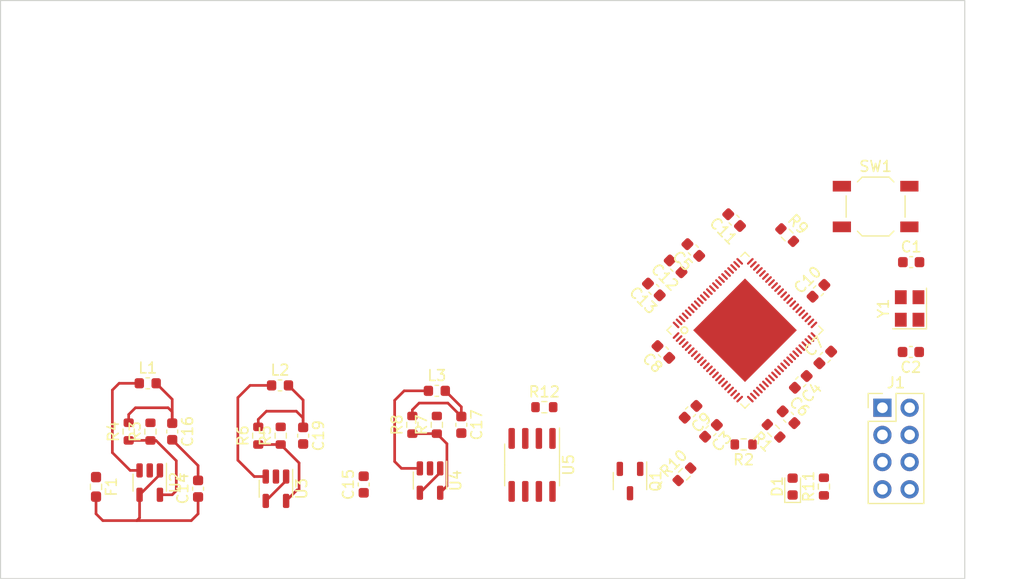
<source format=kicad_pcb>
(kicad_pcb (version 20221018) (generator pcbnew)
  (layers (0 "F.Cu" signal) (31 "B.Cu" signal) (34 "B.Paste" user) (35 "F.Paste" user) (36 "B.SilkS" user "B.Silkscreen") (37 "F.SilkS" user "F.Silkscreen") (38 "B.Mask" user) (39 "F.Mask" user) (44 "Edge.Cuts" user))
  (net 0 "")
  (net 1 "/F1C100s/CLKP")
  (net 2 "GND")
  (net 3 "/F1C100s/CLKN")
  (net 4 "+1V1")
  (net 5 "+2V5")
  (net 6 "+3.3V")
  (net 7 "/F1C100s/FUSE_PWR")
  (net 8 "Net-(D1-K)")
  (net 9 "/F1C100s/USB_VBUS")
  (net 10 "/F1C100s/UART_TX")
  (net 11 "/F1C100s/SPI_CS")
  (net 12 "/F1C100s/SPI_MOSI")
  (net 13 "/F1C100s/~{RESET}")
  (net 14 "/F1C100s/SPI_MISO")
  (net 15 "/F1C100s/SPI_CLK")
  (net 16 "/F1C100s/UART_RX")
  (net 17 "Net-(U2-SW)")
  (net 18 "Net-(U3-SW)")
  (net 19 "Net-(U4-SW)")
  (net 20 "/F1C100s/STATUS")
  (net 21 "Net-(Q1-D)")
  (net 22 "Net-(U1B-SVREF)")
  (net 23 "Net-(U2-FB)")
  (net 24 "Net-(U3-FB)")
  (net 25 "Net-(U4-FB)")
  (net 35 "/F1C100s/USB_DP")
  (net 36 "/F1C100s/USB_DN")
  (net 37 "/F1C100s/JTAG_TMS")
  (net 38 "/F1C100s/JTAG_TDI")
  (net 40 "/F1C100s/JTAG_TDO")
  (net 42 "/F1C100s/JTAG_TCK")
  (net 52 "/F1C100s/SCL")
  (net 53 "/F1C100s/SDA")
  (footprint "Resistor_SMD:R_0603_1608Metric" (layer "F.Cu") (at 128.303376 117.421773 90)
    (fp_text reference "R6" (at 0 -1.43 90) (layer "F.SilkS"))
    (fp_text value "36k")
    (fp_line (start -0.237258 -0.5225) (end 0.237258 -0.5225) (stroke (width 0.12)) (layer "F.SilkS"))
    (fp_line (start -0.237258 0.5225) (end 0.237258 0.5225) (stroke (width 0.12)) (layer "F.SilkS"))
    (pad "1" smd roundrect (at -0.825 0 90) (size 0.8 0.95) (layers "F.Cu" "F.Paste" "F.Mask") (net 24 "Net-(U3-FB)"))
    (pad "2" smd roundrect (at 0.825 0 90) (size 0.8 0.95) (layers "F.Cu" "F.Paste" "F.Mask") (net 5 "+2V5"))
  )
  (footprint "Resistor_SMD:R_0603_1608Metric" (layer "F.Cu") (at 118.241126 117.040773 90)
    (fp_text reference "R3" (at 0 -1.43 90) (layer "F.SilkS"))
    (fp_text value "11k")
    (fp_line (start -0.237258 -0.5225) (end 0.237258 -0.5225) (stroke (width 0.12)) (layer "F.SilkS"))
    (fp_line (start -0.237258 0.5225) (end 0.237258 0.5225) (stroke (width 0.12)) (layer "F.SilkS"))
    (pad "1" smd roundrect (at -0.825 0 90) (size 0.8 0.95) (layers "F.Cu" "F.Paste" "F.Mask") (net 23 "Net-(U2-FB)"))
    (pad "2" smd roundrect (at 0.825 0 90) (size 0.8 0.95) (layers "F.Cu" "F.Paste" "F.Mask") (net 2 "GND"))
  )
  (footprint "Resistor_SMD:R_0603_1608Metric" (layer "F.Cu") (at 176.403 116.967 135)
    (fp_text reference "R1" (at 0 -1.43 135) (layer "F.SilkS"))
    (fp_text value "2k2")
    (fp_line (start -0.237258 -0.5225) (end 0.237258 -0.5225) (stroke (width 0.12)) (layer "F.SilkS"))
    (fp_line (start -0.237258 0.5225) (end 0.237258 0.5225) (stroke (width 0.12)) (layer "F.SilkS"))
    (pad "1" smd roundrect (at -0.825 0 135) (size 0.8 0.95) (layers "F.Cu" "F.Paste" "F.Mask") (net 22 "Net-(U1B-SVREF)"))
    (pad "2" smd roundrect (at 0.825 0 135) (size 0.8 0.95) (layers "F.Cu" "F.Paste" "F.Mask") (net 5 "+2V5"))
  )
  (footprint "Package_TO_SOT_SMD:SOT-23-5" (layer "F.Cu") (at 144.337126 121.612773 -90)
    (fp_text reference "U4" (at 0 -2.4 90) (layer "F.SilkS"))
    (fp_text value "TLV62568DBV")
    (fp_line (start 0 -1.56) (end -1.8 -1.56) (stroke (width 0.12)) (layer "F.SilkS"))
    (fp_line (start 0 -1.56) (end 0.8 -1.56) (stroke (width 0.12)) (layer "F.SilkS"))
    (fp_line (start 0 1.56) (end -0.8 1.56) (stroke (width 0.12)) (layer "F.SilkS"))
    (fp_line (start 0 1.56) (end 0.8 1.56) (stroke (width 0.12)) (layer "F.SilkS"))
    (pad "1" smd roundrect (at -1.1375 -0.95 270) (size 1.325 0.6) (layers "F.Cu" "F.Paste" "F.Mask") (net 7 "/F1C100s/FUSE_PWR"))
    (pad "2" smd roundrect (at -1.1375 0 270) (size 1.325 0.6) (layers "F.Cu" "F.Paste" "F.Mask") (net 2 "GND"))
    (pad "3" smd roundrect (at -1.1375 0.95 270) (size 1.325 0.6) (layers "F.Cu" "F.Paste" "F.Mask") (net 19 "Net-(U4-SW)"))
    (pad "4" smd roundrect (at 1.1375 0.95 270) (size 1.325 0.6) (layers "F.Cu" "F.Paste" "F.Mask") (net 7 "/F1C100s/FUSE_PWR"))
    (pad "5" smd roundrect (at 1.1375 -0.95 270) (size 1.325 0.6) (layers "F.Cu" "F.Paste" "F.Mask") (net 25 "Net-(U4-FB)"))
  )
  (footprint "Capacitor_SMD:C_0603_1608Metric" (layer "F.Cu") (at 166.116 109.601 135)
    (fp_text reference "C8" (at 0 -1.43 135) (layer "F.SilkS"))
    (fp_text value "2u2")
    (fp_line (start -0.14058 -0.51) (end 0.14058 -0.51) (stroke (width 0.12)) (layer "F.SilkS"))
    (fp_line (start -0.14058 0.51) (end 0.14058 0.51) (stroke (width 0.12)) (layer "F.SilkS"))
    (pad "1" smd roundrect (at -0.775 0 135) (size 0.9 0.95) (layers "F.Cu" "F.Paste" "F.Mask") (net 6 "+3.3V"))
    (pad "2" smd roundrect (at 0.775 0 135) (size 0.9 0.95) (layers "F.Cu" "F.Paste" "F.Mask") (net 2 "GND"))
  )
  (footprint "Package_TO_SOT_SMD:SOT-23-3" (layer "F.Cu") (at 163.002 121.6605 -90)
    (fp_text reference "Q1" (at 0 -2.4 90) (layer "F.SilkS"))
    (fp_text value "Q_NMOS_GSD")
    (fp_line (start 0 -1.56) (end -1.8 -1.56) (stroke (width 0.12)) (layer "F.SilkS"))
    (fp_line (start 0 -1.56) (end 0.8 -1.56) (stroke (width 0.12)) (layer "F.SilkS"))
    (fp_line (start 0 1.56) (end -0.8 1.56) (stroke (width 0.12)) (layer "F.SilkS"))
    (fp_line (start 0 1.56) (end 0.8 1.56) (stroke (width 0.12)) (layer "F.SilkS"))
    (pad "1" smd roundrect (at -1.1375 -0.95 270) (size 1.325 0.6) (layers "F.Cu" "F.Paste" "F.Mask") (net 20 "/F1C100s/STATUS"))
    (pad "2" smd roundrect (at -1.1375 0.95 270) (size 1.325 0.6) (layers "F.Cu" "F.Paste" "F.Mask") (net 2 "GND"))
    (pad "3" smd roundrect (at 1.1375 0 270) (size 1.325 0.6) (layers "F.Cu" "F.Paste" "F.Mask") (net 21 "Net-(Q1-D)"))
  )
  (footprint "Resistor_SMD:R_0603_1608Metric" (layer "F.Cu") (at 130.398876 117.421773 90)
    (fp_text reference "R5" (at 0 -1.43 90) (layer "F.SilkS"))
    (fp_text value "11k")
    (fp_line (start -0.237258 -0.5225) (end 0.237258 -0.5225) (stroke (width 0.12)) (layer "F.SilkS"))
    (fp_line (start -0.237258 0.5225) (end 0.237258 0.5225) (stroke (width 0.12)) (layer "F.SilkS"))
    (pad "1" smd roundrect (at -0.825 0 90) (size 0.8 0.95) (layers "F.Cu" "F.Paste" "F.Mask") (net 24 "Net-(U3-FB)"))
    (pad "2" smd roundrect (at 0.825 0 90) (size 0.8 0.95) (layers "F.Cu" "F.Paste" "F.Mask") (net 2 "GND"))
  )
  (footprint "Resistor_SMD:R_0603_1608Metric" (layer "F.Cu") (at 144.972126 116.405773 90)
    (fp_text reference "R7" (at 0 -1.43 90) (layer "F.SilkS"))
    (fp_text value "10k")
    (fp_line (start -0.237258 -0.5225) (end 0.237258 -0.5225) (stroke (width 0.12)) (layer "F.SilkS"))
    (fp_line (start -0.237258 0.5225) (end 0.237258 0.5225) (stroke (width 0.12)) (layer "F.SilkS"))
    (pad "1" smd roundrect (at -0.825 0 90) (size 0.8 0.95) (layers "F.Cu" "F.Paste" "F.Mask") (net 25 "Net-(U4-FB)"))
    (pad "2" smd roundrect (at 0.825 0 90) (size 0.8 0.95) (layers "F.Cu" "F.Paste" "F.Mask") (net 2 "GND"))
  )
  (footprint "Resistor_SMD:R_0603_1608Metric" (layer "F.Cu") (at 155.005126 114.755773)
    (fp_text reference "R12" (at 0 -1.43) (layer "F.SilkS"))
    (fp_text value "3k3")
    (fp_line (start -0.237258 -0.5225) (end 0.237258 -0.5225) (stroke (width 0.12)) (layer "F.SilkS"))
    (fp_line (start -0.237258 0.5225) (end 0.237258 0.5225) (stroke (width 0.12)) (layer "F.SilkS"))
    (pad "1" smd roundrect (at -0.825 0) (size 0.8 0.95) (layers "F.Cu" "F.Paste" "F.Mask") (net 6 "+3.3V"))
    (pad "2" smd roundrect (at 0.825 0) (size 0.8 0.95) (layers "F.Cu" "F.Paste" "F.Mask") (net 11 "/F1C100s/SPI_CS"))
  )
  (footprint "Connector_PinHeader_2.54mm:PinHeader_2x04_P2.54mm_Vertical" (layer "F.Cu") (at 186.563 114.808)
    (fp_text reference "J1" (at 1.27 -2.33) (layer "F.SilkS"))
    (fp_text value "Conn_02x04_Counter_Clockwise")
    (fp_line (start -1.33 -1.33) (end 0 -1.33) (stroke (width 0.12)) (layer "F.SilkS"))
    (fp_line (start -1.33 0) (end -1.33 -1.33) (stroke (width 0.12)) (layer "F.SilkS"))
    (fp_line (start -1.33 1.27) (end -1.33 8.95) (stroke (width 0.12)) (layer "F.SilkS"))
    (fp_line (start -1.33 1.27) (end 1.27 1.27) (stroke (width 0.12)) (layer "F.SilkS"))
    (fp_line (start -1.33 8.95) (end 3.87 8.95) (stroke (width 0.12)) (layer "F.SilkS"))
    (fp_line (start 1.27 -1.33) (end 3.87 -1.33) (stroke (width 0.12)) (layer "F.SilkS"))
    (fp_line (start 1.27 1.27) (end 1.27 -1.33) (stroke (width 0.12)) (layer "F.SilkS"))
    (fp_line (start 3.87 -1.33) (end 3.87 8.95) (stroke (width 0.12)) (layer "F.SilkS"))
    (pad "1" thru_hole rect (at 0 0) (size 1.7 1.7) (drill 1) (layers "*.Cu" "*.Mask") (net 10 "/F1C100s/UART_TX"))
    (pad "2" thru_hole oval (at 2.54 0) (size 1.7 1.7) (drill 1) (layers "*.Cu" "*.Mask") (net 11 "/F1C100s/SPI_CS"))
    (pad "3" thru_hole oval (at 0 2.54) (size 1.7 1.7) (drill 1) (layers "*.Cu" "*.Mask") (net 12 "/F1C100s/SPI_MOSI"))
    (pad "4" thru_hole oval (at 2.54 2.54) (size 1.7 1.7) (drill 1) (layers "*.Cu" "*.Mask") (net 13 "/F1C100s/~{RESET}"))
    (pad "5" thru_hole oval (at 0 5.08) (size 1.7 1.7) (drill 1) (layers "*.Cu" "*.Mask") (net 2 "GND"))
    (pad "6" thru_hole oval (at 2.54 5.08) (size 1.7 1.7) (drill 1) (layers "*.Cu" "*.Mask") (net 14 "/F1C100s/SPI_MISO"))
    (pad "7" thru_hole oval (at 0 7.62) (size 1.7 1.7) (drill 1) (layers "*.Cu" "*.Mask") (net 15 "/F1C100s/SPI_CLK"))
    (pad "8" thru_hole oval (at 2.54 7.62) (size 1.7 1.7) (drill 1) (layers "*.Cu" "*.Mask") (net 16 "/F1C100s/UART_RX"))
  )
  (footprint "Capacitor_SMD:C_0603_1608Metric" (layer "F.Cu") (at 178.943 112.395 -135)
    (fp_text reference "C4" (at 0 -1.43 45) (layer "F.SilkS"))
    (fp_text value "100n")
    (fp_line (start -0.14058 -0.51) (end 0.14058 -0.51) (stroke (width 0.12)) (layer "F.SilkS"))
    (fp_line (start -0.14058 0.51) (end 0.14058 0.51) (stroke (width 0.12)) (layer "F.SilkS"))
    (pad "1" smd roundrect (at -0.775 0 225) (size 0.9 0.95) (layers "F.Cu" "F.Paste" "F.Mask") (net 4 "+1V1"))
    (pad "2" smd roundrect (at 0.775 0 225) (size 0.9 0.95) (layers "F.Cu" "F.Paste" "F.Mask") (net 2 "GND"))
  )
  (footprint "Resistor_SMD:R_0603_1608Metric" (layer "F.Cu") (at 116.209126 117.034273 90)
    (fp_text reference "R4" (at 0 -1.43 90) (layer "F.SilkS"))
    (fp_text value "49k9")
    (fp_line (start -0.237258 -0.5225) (end 0.237258 -0.5225) (stroke (width 0.12)) (layer "F.SilkS"))
    (fp_line (start -0.237258 0.5225) (end 0.237258 0.5225) (stroke (width 0.12)) (layer "F.SilkS"))
    (pad "1" smd roundrect (at -0.825 0 90) (size 0.8 0.95) (layers "F.Cu" "F.Paste" "F.Mask") (net 23 "Net-(U2-FB)"))
    (pad "2" smd roundrect (at 0.825 0 90) (size 0.8 0.95) (layers "F.Cu" "F.Paste" "F.Mask") (net 6 "+3.3V"))
  )
  (footprint "Oscillator:Oscillator_SMD_Abracon_ASE-4Pin_3.2x2.5mm" (layer "F.Cu") (at 189.103 105.537 90)
    (fp_text reference "Y1" (at 0 -2.45 90) (layer "F.SilkS"))
    (fp_text value "24MHz")
    (fp_line (start -1.9 -1.575) (end -1.9 1.575) (stroke (width 0.12)) (layer "F.SilkS"))
    (fp_line (start -1.9 1.575) (end 1.9 1.575) (stroke (width 0.12)) (layer "F.SilkS"))
    (pad "1" smd rect (at -1.05 0.825 90) (size 1.3 1.1) (layers "F.Cu" "F.Paste" "F.Mask") (net 3 "/F1C100s/CLKN"))
    (pad "2" smd rect (at 1.05 0.825 90) (size 1.3 1.1) (layers "F.Cu" "F.Paste" "F.Mask") (net 2 "GND"))
    (pad "3" smd rect (at 1.05 -0.825 90) (size 1.3 1.1) (layers "F.Cu" "F.Paste" "F.Mask") (net 1 "/F1C100s/CLKP"))
    (pad "4" smd rect (at -1.05 -0.825 90) (size 1.3 1.1) (layers "F.Cu" "F.Paste" "F.Mask") (net 2 "GND"))
  )
  (footprint "Capacitor_SMD:C_0603_1608Metric" (layer "F.Cu") (at 165.227 103.759 135)
    (fp_text reference "C13" (at 0 -1.43 135) (layer "F.SilkS"))
    (fp_text value "100n")
    (fp_line (start -0.14058 -0.51) (end 0.14058 -0.51) (stroke (width 0.12)) (layer "F.SilkS"))
    (fp_line (start -0.14058 0.51) (end 0.14058 0.51) (stroke (width 0.12)) (layer "F.SilkS"))
    (pad "1" smd roundrect (at -0.775 0 135) (size 0.9 0.95) (layers "F.Cu" "F.Paste" "F.Mask") (net 5 "+2V5"))
    (pad "2" smd roundrect (at 0.775 0 135) (size 0.9 0.95) (layers "F.Cu" "F.Paste" "F.Mask") (net 2 "GND"))
  )
  (footprint "Capacitor_SMD:C_0603_1608Metric" (layer "F.Cu") (at 120.273126 117.027773 -90)
    (fp_text reference "C16" (at 0 -1.43 90) (layer "F.SilkS"))
    (fp_text value "2u2")
    (fp_line (start -0.14058 -0.51) (end 0.14058 -0.51) (stroke (width 0.12)) (layer "F.SilkS"))
    (fp_line (start -0.14058 0.51) (end 0.14058 0.51) (stroke (width 0.12)) (layer "F.SilkS"))
    (pad "1" smd roundrect (at -0.775 0 270) (size 0.9 0.95) (layers "F.Cu" "F.Paste" "F.Mask") (net 6 "+3.3V"))
    (pad "2" smd roundrect (at 0.775 0 270) (size 0.9 0.95) (layers "F.Cu" "F.Paste" "F.Mask") (net 2 "GND"))
  )
  (footprint "Inductor_SMD:L_0603_1608Metric" (layer "F.Cu") (at 117.987126 112.526273)
    (fp_text reference "L1" (at 0 -1.43) (layer "F.SilkS"))
    (fp_text value "2u2")
    (fp_line (start -0.162779 -0.51) (end 0.162779 -0.51) (stroke (width 0.12)) (layer "F.SilkS"))
    (fp_line (start -0.162779 0.51) (end 0.162779 0.51) (stroke (width 0.12)) (layer "F.SilkS"))
    (pad "1" smd roundrect (at -0.7875 0) (size 0.875 0.95) (layers "F.Cu" "F.Paste" "F.Mask") (net 17 "Net-(U2-SW)"))
    (pad "2" smd roundrect (at 0.7875 0) (size 0.875 0.95) (layers "F.Cu" "F.Paste" "F.Mask") (net 6 "+3.3V"))
  )
  (footprint "Capacitor_SMD:C_0603_1608Metric" (layer "F.Cu") (at 138.145876 121.980773 90)
    (fp_text reference "C15" (at 0 -1.43 90) (layer "F.SilkS"))
    (fp_text value "2u2")
    (fp_line (start -0.14058 -0.51) (end 0.14058 -0.51) (stroke (width 0.12)) (layer "F.SilkS"))
    (fp_line (start -0.14058 0.51) (end 0.14058 0.51) (stroke (width 0.12)) (layer "F.SilkS"))
    (pad "1" smd roundrect (at -0.775 0 90) (size 0.9 0.95) (layers "F.Cu" "F.Paste" "F.Mask") (net 7 "/F1C100s/FUSE_PWR"))
    (pad "2" smd roundrect (at 0.775 0 90) (size 0.9 0.95) (layers "F.Cu" "F.Paste" "F.Mask") (net 2 "GND"))
  )
  (footprint "Capacitor_SMD:C_0603_1608Metric" (layer "F.Cu") (at 189.248 101.209)
    (fp_text reference "C1" (at 0 -1.43) (layer "F.SilkS"))
    (fp_text value "30p")
    (fp_line (start -0.14058 -0.51) (end 0.14058 -0.51) (stroke (width 0.12)) (layer "F.SilkS"))
    (fp_line (start -0.14058 0.51) (end 0.14058 0.51) (stroke (width 0.12)) (layer "F.SilkS"))
    (pad "1" smd roundrect (at -0.775 0) (size 0.9 0.95) (layers "F.Cu" "F.Paste" "F.Mask") (net 1 "/F1C100s/CLKP"))
    (pad "2" smd roundrect (at 0.775 0) (size 0.9 0.95) (layers "F.Cu" "F.Paste" "F.Mask") (net 2 "GND"))
  )
  (footprint "Capacitor_SMD:C_0603_1608Metric" (layer "F.Cu") (at 167.259 101.6 135)
    (fp_text reference "C12" (at 0 -1.43 135) (layer "F.SilkS"))
    (fp_text value "100n")
    (fp_line (start -0.14058 -0.51) (end 0.14058 -0.51) (stroke (width 0.12)) (layer "F.SilkS"))
    (fp_line (start -0.14058 0.51) (end 0.14058 0.51) (stroke (width 0.12)) (layer "F.SilkS"))
    (pad "1" smd roundrect (at -0.775 0 135) (size 0.9 0.95) (layers "F.Cu" "F.Paste" "F.Mask") (net 6 "+3.3V"))
    (pad "2" smd roundrect (at 0.775 0 135) (size 0.9 0.95) (layers "F.Cu" "F.Paste" "F.Mask") (net 2 "GND"))
  )
  (footprint "Package_TO_SOT_SMD:SOT-23-5" (layer "F.Cu") (at 129.954376 122.374773 -90)
    (fp_text reference "U3" (at 0 -2.4 90) (layer "F.SilkS"))
    (fp_text value "TLV62568DBV")
    (fp_line (start 0 -1.56) (end -1.8 -1.56) (stroke (width 0.12)) (layer "F.SilkS"))
    (fp_line (start 0 -1.56) (end 0.8 -1.56) (stroke (width 0.12)) (layer "F.SilkS"))
    (fp_line (start 0 1.56) (end -0.8 1.56) (stroke (width 0.12)) (layer "F.SilkS"))
    (fp_line (start 0 1.56) (end 0.8 1.56) (stroke (width 0.12)) (layer "F.SilkS"))
    (pad "1" smd roundrect (at -1.1375 -0.95 270) (size 1.325 0.6) (layers "F.Cu" "F.Paste" "F.Mask") (net 7 "/F1C100s/FUSE_PWR"))
    (pad "2" smd roundrect (at -1.1375 0 270) (size 1.325 0.6) (layers "F.Cu" "F.Paste" "F.Mask") (net 2 "GND"))
    (pad "3" smd roundrect (at -1.1375 0.95 270) (size 1.325 0.6) (layers "F.Cu" "F.Paste" "F.Mask") (net 18 "Net-(U3-SW)"))
    (pad "4" smd roundrect (at 1.1375 0.95 270) (size 1.325 0.6) (layers "F.Cu" "F.Paste" "F.Mask") (net 7 "/F1C100s/FUSE_PWR"))
    (pad "5" smd roundrect (at 1.1375 -0.95 270) (size 1.325 0.6) (layers "F.Cu" "F.Paste" "F.Mask") (net 24 "Net-(U3-FB)"))
  )
  (footprint "Resistor_SMD:R_0603_1608Metric" (layer "F.Cu") (at 177.673 98.679 -45)
    (fp_text reference "R9" (at 0 -1.43 135) (layer "F.SilkS"))
    (fp_text value "49k9")
    (fp_line (start -0.237258 -0.5225) (end 0.237258 -0.5225) (stroke (width 0.12)) (layer "F.SilkS"))
    (fp_line (start -0.237258 0.5225) (end 0.237258 0.5225) (stroke (width 0.12)) (layer "F.SilkS"))
    (pad "1" smd roundrect (at -0.825 0 315) (size 0.8 0.95) (layers "F.Cu" "F.Paste" "F.Mask") (net 6 "+3.3V"))
    (pad "2" smd roundrect (at 0.825 0 315) (size 0.8 0.95) (layers "F.Cu" "F.Paste" "F.Mask") (net 13 "/F1C100s/~{RESET}"))
  )
  (footprint "Capacitor_SMD:C_0603_1608Metric" (layer "F.Cu") (at 180.594 103.886 45)
    (fp_text reference "C10" (at 0 -1.43 45) (layer "F.SilkS"))
    (fp_text value "100n")
    (fp_line (start -0.14058 -0.51) (end 0.14058 -0.51) (stroke (width 0.12)) (layer "F.SilkS"))
    (fp_line (start -0.14058 0.51) (end 0.14058 0.51) (stroke (width 0.12)) (layer "F.SilkS"))
    (pad "1" smd roundrect (at -0.775 0 45) (size 0.9 0.95) (layers "F.Cu" "F.Paste" "F.Mask") (net 6 "+3.3V"))
    (pad "2" smd roundrect (at 0.775 0 45) (size 0.9 0.95) (layers "F.Cu" "F.Paste" "F.Mask") (net 2 "GND"))
  )
  (footprint "Resistor_SMD:R_0603_1608Metric" (layer "F.Cu") (at 168.082 121.0255 45)
    (fp_text reference "R10" (at 0 -1.43 45) (layer "F.SilkS"))
    (fp_text value "49k9")
    (fp_line (start -0.237258 -0.5225) (end 0.237258 -0.5225) (stroke (width 0.12)) (layer "F.SilkS"))
    (fp_line (start -0.237258 0.5225) (end 0.237258 0.5225) (stroke (width 0.12)) (layer "F.SilkS"))
    (pad "1" smd roundrect (at -0.825 0 45) (size 0.8 0.95) (layers "F.Cu" "F.Paste" "F.Mask") (net 6 "+3.3V"))
    (pad "2" smd roundrect (at 0.825 0 45) (size 0.8 0.95) (layers "F.Cu" "F.Paste" "F.Mask") (net 20 "/F1C100s/STATUS"))
  )
  (footprint "Capacitor_SMD:C_0603_1608Metric" (layer "F.Cu") (at 181.229 110.109 45)
    (fp_text reference "C7" (at 0 -1.43 45) (layer "F.SilkS"))
    (fp_text value "1u")
    (fp_line (start -0.14058 -0.51) (end 0.14058 -0.51) (stroke (width 0.12)) (layer "F.SilkS"))
    (fp_line (start -0.14058 0.51) (end 0.14058 0.51) (stroke (width 0.12)) (layer "F.SilkS"))
    (pad "1" smd roundrect (at -0.775 0 45) (size 0.9 0.95) (layers "F.Cu" "F.Paste" "F.Mask") (net 5 "+2V5"))
    (pad "2" smd roundrect (at 0.775 0 45) (size 0.9 0.95) (layers "F.Cu" "F.Paste" "F.Mask") (net 2 "GND"))
  )
  (footprint "Capacitor_SMD:C_0603_1608Metric" (layer "F.Cu") (at 122.686126 122.372773 90)
    (fp_text reference "C14" (at 0 -1.43 90) (layer "F.SilkS"))
    (fp_text value "2u2")
    (fp_line (start -0.14058 -0.51) (end 0.14058 -0.51) (stroke (width 0.12)) (layer "F.SilkS"))
    (fp_line (start -0.14058 0.51) (end 0.14058 0.51) (stroke (width 0.12)) (layer "F.SilkS"))
    (pad "1" smd roundrect (at -0.775 0 90) (size 0.9 0.95) (layers "F.Cu" "F.Paste" "F.Mask") (net 7 "/F1C100s/FUSE_PWR"))
    (pad "2" smd roundrect (at 0.775 0 90) (size 0.9 0.95) (layers "F.Cu" "F.Paste" "F.Mask") (net 2 "GND"))
  )
  (footprint "Capacitor_SMD:C_0603_1608Metric" (layer "F.Cu") (at 170.561 116.967 -135)
    (fp_text reference "C3" (at 0 -1.43 45) (layer "F.SilkS"))
    (fp_text value "100n")
    (fp_line (start -0.14058 -0.51) (end 0.14058 -0.51) (stroke (width 0.12)) (layer "F.SilkS"))
    (fp_line (start -0.14058 0.51) (end 0.14058 0.51) (stroke (width 0.12)) (layer "F.SilkS"))
    (pad "1" smd roundrect (at -0.775 0 225) (size 0.9 0.95) (layers "F.Cu" "F.Paste" "F.Mask") (net 4 "+1V1"))
    (pad "2" smd roundrect (at 0.775 0 225) (size 0.9 0.95) (layers "F.Cu" "F.Paste" "F.Mask") (net 2 "GND"))
  )
  (footprint "Capacitor_SMD:C_0603_1608Metric" (layer "F.Cu") (at 172.72 97.282 135)
    (fp_text reference "C11" (at 0 -1.43 135) (layer "F.SilkS"))
    (fp_text value "100n")
    (fp_line (start -0.14058 -0.51) (end 0.14058 -0.51) (stroke (width 0.12)) (layer "F.SilkS"))
    (fp_line (start -0.14058 0.51) (end 0.14058 0.51) (stroke (width 0.12)) (layer "F.SilkS"))
    (pad "1" smd roundrect (at -0.775 0 135) (size 0.9 0.95) (layers "F.Cu" "F.Paste" "F.Mask") (net 6 "+3.3V"))
    (pad "2" smd roundrect (at 0.775 0 135) (size 0.9 0.95) (layers "F.Cu" "F.Paste" "F.Mask") (net 2 "GND"))
  )
  (footprint "Package_TO_SOT_SMD:SOT-23-5" (layer "F.Cu") (at 118.175126 121.802773 -90)
    (fp_text reference "U2" (at 0 -2.4 90) (layer "F.SilkS"))
    (fp_text value "TLV62568DBV")
    (fp_line (start 0 -1.56) (end -1.8 -1.56) (stroke (width 0.12)) (layer "F.SilkS"))
    (fp_line (start 0 -1.56) (end 0.8 -1.56) (stroke (width 0.12)) (layer "F.SilkS"))
    (fp_line (start 0 1.56) (end -0.8 1.56) (stroke (width 0.12)) (layer "F.SilkS"))
    (fp_line (start 0 1.56) (end 0.8 1.56) (stroke (width 0.12)) (layer "F.SilkS"))
    (pad "1" smd roundrect (at -1.1375 -0.95 270) (size 1.325 0.6) (layers "F.Cu" "F.Paste" "F.Mask") (net 7 "/F1C100s/FUSE_PWR"))
    (pad "2" smd roundrect (at -1.1375 0 270) (size 1.325 0.6) (layers "F.Cu" "F.Paste" "F.Mask") (net 2 "GND"))
    (pad "3" smd roundrect (at -1.1375 0.95 270) (size 1.325 0.6) (layers "F.Cu" "F.Paste" "F.Mask") (net 17 "Net-(U2-SW)"))
    (pad "4" smd roundrect (at 1.1375 0.95 270) (size 1.325 0.6) (layers "F.Cu" "F.Paste" "F.Mask") (net 7 "/F1C100s/FUSE_PWR"))
    (pad "5" smd roundrect (at 1.1375 -0.95 270) (size 1.325 0.6) (layers "F.Cu" "F.Paste" "F.Mask") (net 23 "Net-(U2-FB)"))
  )
  (footprint "Inductor_SMD:L_0603_1608Metric" (layer "F.Cu") (at 130.335376 112.722773)
    (fp_text reference "L2" (at 0 -1.43) (layer "F.SilkS"))
    (fp_text value "2u2")
    (fp_line (start -0.162779 -0.51) (end 0.162779 -0.51) (stroke (width 0.12)) (layer "F.SilkS"))
    (fp_line (start -0.162779 0.51) (end 0.162779 0.51) (stroke (width 0.12)) (layer "F.SilkS"))
    (pad "1" smd roundrect (at -0.7875 0) (size 0.875 0.95) (layers "F.Cu" "F.Paste" "F.Mask") (net 18 "Net-(U3-SW)"))
    (pad "2" smd roundrect (at 0.7875 0) (size 0.875 0.95) (layers "F.Cu" "F.Paste" "F.Mask") (net 5 "+2V5"))
  )
  (footprint "Resistor_SMD:R_0603_1608Metric" (layer "F.Cu") (at 181.102 122.174 90)
    (fp_text reference "R11" (at 0 -1.43 90) (layer "F.SilkS"))
    (fp_text value "2k2")
    (fp_line (start -0.237258 -0.5225) (end 0.237258 -0.5225) (stroke (width 0.12)) (layer "F.SilkS"))
    (fp_line (start -0.237258 0.5225) (end 0.237258 0.5225) (stroke (width 0.12)) (layer "F.SilkS"))
    (pad "1" smd roundrect (at -0.825 0 90) (size 0.8 0.95) (layers "F.Cu" "F.Paste" "F.Mask") (net 21 "Net-(Q1-D)"))
    (pad "2" smd roundrect (at 0.825 0 90) (size 0.8 0.95) (layers "F.Cu" "F.Paste" "F.Mask") (net 8 "Net-(D1-K)"))
  )
  (footprint "Capacitor_SMD:C_0603_1608Metric" (layer "F.Cu") (at 132.494376 117.421773 -90)
    (fp_text reference "C19" (at 0 -1.43 90) (layer "F.SilkS"))
    (fp_text value "22u")
    (fp_line (start -0.14058 -0.51) (end 0.14058 -0.51) (stroke (width 0.12)) (layer "F.SilkS"))
    (fp_line (start -0.14058 0.51) (end 0.14058 0.51) (stroke (width 0.12)) (layer "F.SilkS"))
    (pad "1" smd roundrect (at -0.775 0 270) (size 0.9 0.95) (layers "F.Cu" "F.Paste" "F.Mask") (net 5 "+2V5"))
    (pad "2" smd roundrect (at 0.775 0 270) (size 0.9 0.95) (layers "F.Cu" "F.Paste" "F.Mask") (net 2 "GND"))
  )
  (footprint "LED_SMD:LED_0603_1608Metric" (layer "F.Cu") (at 178.181 122.174 90)
    (fp_text reference "D1" (at 0 -1.43 90) (layer "F.SilkS"))
    (fp_text value "LED")
    (fp_line (start -1.485 -0.735) (end -1.485 0.735) (stroke (width 0.12)) (layer "F.SilkS"))
    (fp_line (start -1.485 0.735) (end 0.8 0.735) (stroke (width 0.12)) (layer "F.SilkS"))
    (fp_line (start 0.8 -0.735) (end -1.485 -0.735) (stroke (width 0.12)) (layer "F.SilkS"))
    (pad "1" smd roundrect (at -0.7875 0 90) (size 0.875 0.95) (layers "F.Cu" "F.Paste" "F.Mask") (net 8 "Net-(D1-K)"))
    (pad "2" smd roundrect (at 0.7875 0 90) (size 0.875 0.95) (layers "F.Cu" "F.Paste" "F.Mask") (net 6 "+3.3V"))
  )
  (footprint "Capacitor_SMD:C_0603_1608Metric" (layer "F.Cu") (at 147.258126 116.405773 -90)
    (fp_text reference "C17" (at 0 -1.43 90) (layer "F.SilkS"))
    (fp_text value "22u")
    (fp_line (start -0.14058 -0.51) (end 0.14058 -0.51) (stroke (width 0.12)) (layer "F.SilkS"))
    (fp_line (start -0.14058 0.51) (end 0.14058 0.51) (stroke (width 0.12)) (layer "F.SilkS"))
    (pad "1" smd roundrect (at -0.775 0 270) (size 0.9 0.95) (layers "F.Cu" "F.Paste" "F.Mask") (net 4 "+1V1"))
    (pad "2" smd roundrect (at 0.775 0 270) (size 0.9 0.95) (layers "F.Cu" "F.Paste" "F.Mask") (net 2 "GND"))
  )
  (footprint "Button_Switch_SMD:SW_SPST_TL3342" (layer "F.Cu") (at 185.928 96.012)
    (fp_text reference "SW1" (at 0 -3.75) (layer "F.SilkS"))
    (fp_text value "SW_Push")
    (fp_line (start -2.75 -1) (end -2.75 1) (stroke (width 0.12)) (layer "F.SilkS"))
    (fp_line (start -1.7 -2.3) (end -1.25 -2.75) (stroke (width 0.12)) (layer "F.SilkS"))
    (fp_line (start -1.7 2.3) (end -1.25 2.75) (stroke (width 0.12)) (layer "F.SilkS"))
    (fp_line (start -1.25 -2.75) (end 1.25 -2.75) (stroke (width 0.12)) (layer "F.SilkS"))
    (fp_line (start -1.25 2.75) (end 1.25 2.75) (stroke (width 0.12)) (layer "F.SilkS"))
    (fp_line (start 1.7 -2.3) (end 1.25 -2.75) (stroke (width 0.12)) (layer "F.SilkS"))
    (fp_line (start 1.7 2.3) (end 1.25 2.75) (stroke (width 0.12)) (layer "F.SilkS"))
    (fp_line (start 2.75 -1) (end 2.75 1) (stroke (width 0.12)) (layer "F.SilkS"))
    (pad "1" smd rect (at -3.15 -1.9) (size 1.7 1) (layers "F.Cu" "F.Paste" "F.Mask") (net 13 "/F1C100s/~{RESET}"))
    (pad "1" smd rect (at 3.15 -1.9) (size 1.7 1) (layers "F.Cu" "F.Paste" "F.Mask") (net 13 "/F1C100s/~{RESET}"))
    (pad "2" smd rect (at -3.15 1.9) (size 1.7 1) (layers "F.Cu" "F.Paste" "F.Mask") (net 2 "GND"))
    (pad "2" smd rect (at 3.15 1.9) (size 1.7 1) (layers "F.Cu" "F.Paste" "F.Mask") (net 2 "GND"))
  )
  (footprint "Capacitor_SMD:C_0603_1608Metric" (layer "F.Cu") (at 177.8 115.697 -45)
    (fp_text reference "C6" (at 0 -1.43 135) (layer "F.SilkS"))
    (fp_text value "1u")
    (fp_line (start -0.14058 -0.51) (end 0.14058 -0.51) (stroke (width 0.12)) (layer "F.SilkS"))
    (fp_line (start -0.14058 0.51) (end 0.14058 0.51) (stroke (width 0.12)) (layer "F.SilkS"))
    (pad "1" smd roundrect (at -0.775 0 315) (size 0.9 0.95) (layers "F.Cu" "F.Paste" "F.Mask") (net 5 "+2V5"))
    (pad "2" smd roundrect (at 0.775 0 315) (size 0.9 0.95) (layers "F.Cu" "F.Paste" "F.Mask") (net 2 "GND"))
  )
  (footprint "3340:QFN-88_EP_10x10_Pitch0.4mm" (layer "F.Cu") (at 173.736 107.569 45)
    (fp_text reference "U1" hide)
    (fp_text value "F1C100s")
    (fp_line (start -5.15 -4.6) (end -5.15 -5.15) (stroke (width 0.12)) (layer "F.SilkS"))
    (fp_line (start -5.15 5.15) (end -5.15 4.6) (stroke (width 0.12)) (layer "F.SilkS"))
    (fp_line (start -4.6 -5.15) (end -5.15 -5.15) (stroke (width 0.12)) (layer "F.SilkS"))
    (fp_line (start -4.6 5.15) (end -5.15 5.15) (stroke (width 0.12)) (layer "F.SilkS"))
    (fp_line (start 4.6 -5.15) (end 5.15 -5.15) (stroke (width 0.12)) (layer "F.SilkS"))
    (fp_line (start 4.6 5.15) (end 5.15 5.15) (stroke (width 0.12)) (layer "F.SilkS"))
    (fp_line (start 5.15 -5.15) (end 5.15 -4.6) (stroke (width 0.12)) (layer "F.SilkS"))
    (fp_line (start 5.15 5.15) (end 5.15 4.6) (stroke (width 0.12)) (layer "F.SilkS"))
    (fp_circle (center -4 -4) (end -3.7 -4) (stroke (width 0.15)) (fill none) (layer "F.SilkS"))
    (pad "1" smd oval (at -4.9 -4.2 135) (size 0.2 0.8) (layers "F.Cu" "F.Paste" "F.Mask"))
    (pad "2" smd oval (at -4.9 -3.8 135) (size 0.2 0.8) (layers "F.Cu" "F.Paste" "F.Mask") (net 2 "GND"))
    (pad "3" smd oval (at -4.9 -3.4 135) (size 0.2 0.8) (layers "F.Cu" "F.Paste" "F.Mask"))
    (pad "4" smd oval (at -4.9 -3 135) (size 0.2 0.8) (layers "F.Cu" "F.Paste" "F.Mask") (net 6 "+3.3V"))
    (pad "5" smd oval (at -4.9 -2.6 135) (size 0.2 0.8) (layers "F.Cu" "F.Paste" "F.Mask") (net 6 "+3.3V"))
    (pad "6" smd oval (at -4.9 -2.2 135) (size 0.2 0.8) (layers "F.Cu" "F.Paste" "F.Mask"))
    (pad "7" smd oval (at -4.9 -1.8 135) (size 0.2 0.8) (layers "F.Cu" "F.Paste" "F.Mask"))
    (pad "8" smd oval (at -4.9 -1.4 135) (size 0.2 0.8) (layers "F.Cu" "F.Paste" "F.Mask"))
    (pad "9" smd oval (at -4.9 -1 135) (size 0.2 0.8) (layers "F.Cu" "F.Paste" "F.Mask"))
    (pad "10" smd oval (at -4.9 -0.6 135) (size 0.2 0.8) (layers "F.Cu" "F.Paste" "F.Mask"))
    (pad "11" smd oval (at -4.9 -0.2 135) (size 0.2 0.8) (layers "F.Cu" "F.Paste" "F.Mask"))
    (pad "12" smd oval (at -4.9 0.2 135) (size 0.2 0.8) (layers "F.Cu" "F.Paste" "F.Mask"))
    (pad "13" smd oval (at -4.9 0.6 135) (size 0.2 0.8) (layers "F.Cu" "F.Paste" "F.Mask") (net 20 "/F1C100s/STATUS"))
    (pad "14" smd oval (at -4.9 1 135) (size 0.2 0.8) (layers "F.Cu" "F.Paste" "F.Mask"))
    (pad "15" smd oval (at -4.9 1.4 135) (size 0.2 0.8) (layers "F.Cu" "F.Paste" "F.Mask"))
    (pad "16" smd oval (at -4.9 1.8 135) (size 0.2 0.8) (layers "F.Cu" "F.Paste" "F.Mask"))
    (pad "17" smd oval (at -4.9 2.2 135) (size 0.2 0.8) (layers "F.Cu" "F.Paste" "F.Mask"))
    (pad "18" smd oval (at -4.9 2.6 135) (size 0.2 0.8) (layers "F.Cu" "F.Paste" "F.Mask"))
    (pad "19" smd oval (at -4.9 3 135) (size 0.2 0.8) (layers "F.Cu" "F.Paste" "F.Mask"))
    (pad "20" smd oval (at -4.9 3.4 135) (size 0.2 0.8) (layers "F.Cu" "F.Paste" "F.Mask") (net 6 "+3.3V"))
    (pad "21" smd oval (at -4.9 3.8 135) (size 0.2 0.8) (layers "F.Cu" "F.Paste" "F.Mask"))
    (pad "22" smd oval (at -4.9 4.2 135) (size 0.2 0.8) (layers "F.Cu" "F.Paste" "F.Mask") (net 4 "+1V1"))
    (pad "23" smd oval (at -4.2 4.9 45) (size 0.2 0.8) (layers "F.Cu" "F.Paste" "F.Mask"))
    (pad "24" smd oval (at -3.8 4.9 45) (size 0.2 0.8) (layers "F.Cu" "F.Paste" "F.Mask"))
    (pad "25" smd oval (at -3.4 4.9 45) (size 0.2 0.8) (layers "F.Cu" "F.Paste" "F.Mask"))
    (pad "26" smd oval (at -3 4.9 45) (size 0.2 0.8) (layers "F.Cu" "F.Paste" "F.Mask"))
    (pad "27" smd oval (at -2.6 4.9 45) (size 0.2 0.8) (layers "F.Cu" "F.Paste" "F.Mask"))
    (pad "28" smd oval (at -2.2 4.9 45) (size 0.2 0.8) (layers "F.Cu" "F.Paste" "F.Mask"))
    (pad "29" smd oval (at -1.8 4.9 45) (size 0.2 0.8) (layers "F.Cu" "F.Paste" "F.Mask"))
    (pad "30" smd oval (at -1.4 4.9 45) (size 0.2 0.8) (layers "F.Cu" "F.Paste" "F.Mask") (net 5 "+2V5"))
    (pad "31" smd oval (at -1 4.9 45) (size 0.2 0.8) (layers "F.Cu" "F.Paste" "F.Mask") (net 5 "+2V5"))
    (pad "32" smd oval (at -0.6 4.9 45) (size 0.2 0.8) (layers "F.Cu" "F.Paste" "F.Mask") (net 5 "+2V5"))
    (pad "33" smd oval (at -0.2 4.9 45) (size 0.2 0.8) (layers "F.Cu" "F.Paste" "F.Mask") (net 22 "Net-(U1B-SVREF)"))
    (pad "34" smd oval (at 0.2 4.9 45) (size 0.2 0.8) (layers "F.Cu" "F.Paste" "F.Mask") (net 5 "+2V5"))
    (pad "35" smd oval (at 0.6 4.9 45) (size 0.2 0.8) (layers "F.Cu" "F.Paste" "F.Mask") (net 4 "+1V1"))
    (pad "36" smd oval (at 1 4.9 45) (size 0.2 0.8) (layers "F.Cu" "F.Paste" "F.Mask") (net 5 "+2V5"))
    (pad "37" smd oval (at 1.4 4.9 45) (size 0.2 0.8) (layers "F.Cu" "F.Paste" "F.Mask") (net 53 "/F1C100s/SDA"))
    (pad "38" smd oval (at 1.8 4.9 45) (size 0.2 0.8) (layers "F.Cu" "F.Paste" "F.Mask") (net 52 "/F1C100s/SCL"))
    (pad "39" smd oval (at 2.2 4.9 45) (size 0.2 0.8) (layers "F.Cu" "F.Paste" "F.Mask"))
    (pad "40" smd oval (at 2.6 4.9 45) (size 0.2 0.8) (layers "F.Cu" "F.Paste" "F.Mask"))
    (pad "41" smd oval (at 3 4.9 45) (size 0.2 0.8) (layers "F.Cu" "F.Paste" "F.Mask"))
    (pad "42" smd oval (at 3.4 4.9 45) (size 0.2 0.8) (layers "F.Cu" "F.Paste" "F.Mask"))
    (pad "43" smd oval (at 3.8 4.9 45) (size 0.2 0.8) (layers "F.Cu" "F.Paste" "F.Mask"))
    (pad "44" smd oval (at 4.2 4.9 45) (size 0.2 0.8) (layers "F.Cu" "F.Paste" "F.Mask"))
    (pad "45" smd oval (at 4.9 4.2 135) (size 0.2 0.8) (layers "F.Cu" "F.Paste" "F.Mask"))
    (pad "46" smd oval (at 4.9 3.8 135) (size 0.2 0.8) (layers "F.Cu" "F.Paste" "F.Mask"))
    (pad "47" smd oval (at 4.9 3.4 135) (size 0.2 0.8) (layers "F.Cu" "F.Paste" "F.Mask"))
    (pad "48" smd oval (at 4.9 3 135) (size 0.2 0.8) (layers "F.Cu" "F.Paste" "F.Mask") (net 10 "/F1C100s/UART_TX"))
    (pad "49" smd oval (at 4.9 2.6 135) (size 0.2 0.8) (layers "F.Cu" "F.Paste" "F.Mask") (net 16 "/F1C100s/UART_RX"))
    (pad "50" smd oval (at 4.9 2.2 135) (size 0.2 0.8) (layers "F.Cu" "F.Paste" "F.Mask") (net 6 "+3.3V"))
    (pad "51" smd oval (at 4.9 1.8 135) (size 0.2 0.8) (layers "F.Cu" "F.Paste" "F.Mask") (net 3 "/F1C100s/CLKN"))
    (pad "52" smd oval (at 4.9 1.4 135) (size 0.2 0.8) (layers "F.Cu" "F.Paste" "F.Mask") (net 1 "/F1C100s/CLKP"))
    (pad "53" smd oval (at 4.9 1 135) (size 0.2 0.8) (layers "F.Cu" "F.Paste" "F.Mask") (net 42 "/F1C100s/JTAG_TCK"))
    (pad "54" smd oval (at 4.9 0.6 135) (size 0.2 0.8) (layers "F.Cu" "F.Paste" "F.Mask"))
    (pad "55" smd oval (at 4.9 0.2 135) (size 0.2 0.8) (layers "F.Cu" "F.Paste" "F.Mask") (net 40 "/F1C100s/JTAG_TDO"))
    (pad "56" smd oval (at 4.9 -0.2 135) (size 0.2 0.8) (layers "F.Cu" "F.Paste" "F.Mask"))
    (pad "57" smd oval (at 4.9 -0.6 135) (size 0.2 0.8) (layers "F.Cu" "F.Paste" "F.Mask") (net 38 "/F1C100s/JTAG_TDI"))
    (pad "58" smd oval (at 4.9 -1 135) (size 0.2 0.8) (layers "F.Cu" "F.Paste" "F.Mask") (net 37 "/F1C100s/JTAG_TMS"))
    (pad "59" smd oval (at 4.9 -1.4 135) (size 0.2 0.8) (layers "F.Cu" "F.Paste" "F.Mask") (net 15 "/F1C100s/SPI_CLK"))
    (pad "60" smd oval (at 4.9 -1.8 135) (size 0.2 0.8) (layers "F.Cu" "F.Paste" "F.Mask") (net 11 "/F1C100s/SPI_CS"))
    (pad "61" smd oval (at 4.9 -2.2 135) (size 0.2 0.8) (layers "F.Cu" "F.Paste" "F.Mask") (net 12 "/F1C100s/SPI_MOSI"))
    (pad "62" smd oval (at 4.9 -2.6 135) (size 0.2 0.8) (layers "F.Cu" "F.Paste" "F.Mask") (net 14 "/F1C100s/SPI_MISO"))
    (pad "63" smd oval (at 4.9 -3 135) (size 0.2 0.8) (layers "F.Cu" "F.Paste" "F.Mask") (net 2 "GND"))
    (pad "64" smd oval (at 4.9 -3.4 135) (size 0.2 0.8) (layers "F.Cu" "F.Paste" "F.Mask") (net 2 "GND"))
    (pad "65" smd oval (at 4.9 -3.8 135) (size 0.2 0.8) (layers "F.Cu" "F.Paste" "F.Mask") (net 2 "GND"))
    (pad "66" smd oval (at 4.9 -4.2 135) (size 0.2 0.8) (layers "F.Cu" "F.Paste" "F.Mask") (net 2 "GND"))
    (pad "67" smd oval (at 4.2 -4.9 45) (size 0.2 0.8) (layers "F.Cu" "F.Paste" "F.Mask") (net 6 "+3.3V"))
    (pad "68" smd oval (at 3.8 -4.9 45) (size 0.2 0.8) (layers "F.Cu" "F.Paste" "F.Mask") (net 36 "/F1C100s/USB_DN"))
    (pad "69" smd oval (at 3.4 -4.9 45) (size 0.2 0.8) (layers "F.Cu" "F.Paste" "F.Mask") (net 35 "/F1C100s/USB_DP"))
    (pad "70" smd oval (at 3 -4.9 45) (size 0.2 0.8) (layers "F.Cu" "F.Paste" "F.Mask") (net 13 "/F1C100s/~{RESET}"))
    (pad "71" smd oval (at 2.6 -4.9 45) (size 0.2 0.8) (layers "F.Cu" "F.Paste" "F.Mask") (net 4 "+1V1"))
    (pad "72" smd oval (at 2.2 -4.9 45) (size 0.2 0.8) (layers "F.Cu" "F.Paste" "F.Mask"))
    (pad "73" smd oval (at 1.8 -4.9 45) (size 0.2 0.8) (layers "F.Cu" "F.Paste" "F.Mask") (net 6 "+3.3V"))
    (pad "74" smd oval (at 1.4 -4.9 45) (size 0.2 0.8) (layers "F.Cu" "F.Paste" "F.Mask") (net 2 "GND"))
    (pad "75" smd oval (at 1 -4.9 45) (size 0.2 0.8) (layers "F.Cu" "F.Paste" "F.Mask"))
    (pad "76" smd oval (at 0.6 -4.9 45) (size 0.2 0.8) (layers "F.Cu" "F.Paste" "F.Mask"))
    (pad "77" smd oval (at 0.2 -4.9 45) (size 0.2 0.8) (layers "F.Cu" "F.Paste" "F.Mask"))
    (pad "78" smd oval (at -0.2 -4.9 45) (size 0.2 0.8) (layers "F.Cu" "F.Paste" "F.Mask"))
    (pad "79" smd oval (at -0.6 -4.9 45) (size 0.2 0.8) (layers "F.Cu" "F.Paste" "F.Mask"))
    (pad "80" smd oval (at -1 -4.9 45) (size 0.2 0.8) (layers "F.Cu" "F.Paste" "F.Mask") (net 5 "+2V5"))
    (pad "81" smd oval (at -1.4 -4.9 45) (size 0.2 0.8) (layers "F.Cu" "F.Paste" "F.Mask"))
    (pad "82" smd oval (at -1.8 -4.9 45) (size 0.2 0.8) (layers "F.Cu" "F.Paste" "F.Mask") (net 2 "GND"))
    (pad "83" smd oval (at -2.2 -4.9 45) (size 0.2 0.8) (layers "F.Cu" "F.Paste" "F.Mask"))
    (pad "84" smd oval (at -2.6 -4.9 45) (size 0.2 0.8) (layers "F.Cu" "F.Paste" "F.Mask") (net 2 "GND"))
    (pad "85" smd oval (at -3 -4.9 45) (size 0.2 0.8) (layers "F.Cu" "F.Paste" "F.Mask") (net 2 "GND"))
    (pad "86" smd oval (at -3.4 -4.9 45) (size 0.2 0.8) (layers "F.Cu" "F.Paste" "F.Mask") (net 2 "GND"))
    (pad "87" smd oval (at -3.8 -4.9 45) (size 0.2 0.8) (layers "F.Cu" "F.Paste" "F.Mask") (net 2 "GND"))
    (pad "88" smd oval (at -4.2 -4.9 45) (size 0.2 0.8) (layers "F.Cu" "F.Paste" "F.Mask"))
    (pad "89" smd rect (at 0 0 45) (size 6.84 6.84) (layers "F.Cu" "F.Paste" "F.Mask") (net 2 "GND"))
  )
  (footprint "Resistor_SMD:R_0603_1608Metric" (layer "F.Cu") (at 173.609 118.237 180)
    (fp_text reference "R2" (at 0 -1.43) (layer "F.SilkS"))
    (fp_text value "2k2")
    (fp_line (start -0.237258 -0.5225) (end 0.237258 -0.5225) (stroke (width 0.12)) (layer "F.SilkS"))
    (fp_line (start -0.237258 0.5225) (end 0.237258 0.5225) (stroke (width 0.12)) (layer "F.SilkS"))
    (pad "1" smd roundrect (at -0.825 0 180) (size 0.8 0.95) (layers "F.Cu" "F.Paste" "F.Mask") (net 22 "Net-(U1B-SVREF)"))
    (pad "2" smd roundrect (at 0.825 0 180) (size 0.8 0.95) (layers "F.Cu" "F.Paste" "F.Mask") (net 2 "GND"))
  )
  (footprint "Capacitor_SMD:C_0603_1608Metric" (layer "F.Cu") (at 168.91 100.076 135)
    (fp_text reference "C5" (at 0 -1.43 135) (layer "F.SilkS"))
    (fp_text value "100n")
    (fp_line (start -0.14058 -0.51) (end 0.14058 -0.51) (stroke (width 0.12)) (layer "F.SilkS"))
    (fp_line (start -0.14058 0.51) (end 0.14058 0.51) (stroke (width 0.12)) (layer "F.SilkS"))
    (pad "1" smd roundrect (at -0.775 0 135) (size 0.9 0.95) (layers "F.Cu" "F.Paste" "F.Mask") (net 4 "+1V1"))
    (pad "2" smd roundrect (at 0.775 0 135) (size 0.9 0.95) (layers "F.Cu" "F.Paste" "F.Mask") (net 2 "GND"))
  )
  (footprint "Capacitor_SMD:C_0603_1608Metric" (layer "F.Cu") (at 168.656 115.189 -135)
    (fp_text reference "C9" (at 0 -1.43 45) (layer "F.SilkS"))
    (fp_text value "100n")
    (fp_line (start -0.14058 -0.51) (end 0.14058 -0.51) (stroke (width 0.12)) (layer "F.SilkS"))
    (fp_line (start -0.14058 0.51) (end 0.14058 0.51) (stroke (width 0.12)) (layer "F.SilkS"))
    (pad "1" smd roundrect (at -0.775 0 225) (size 0.9 0.95) (layers "F.Cu" "F.Paste" "F.Mask") (net 6 "+3.3V"))
    (pad "2" smd roundrect (at 0.775 0 225) (size 0.9 0.95) (layers "F.Cu" "F.Paste" "F.Mask") (net 2 "GND"))
  )
  (footprint "Package_SO:SOIC-8_3.9x4.9mm_P1.27mm" (layer "F.Cu") (at 153.862126 120.151773 -90)
    (fp_text reference "U5" (at 0 -3.4 90) (layer "F.SilkS"))
    (fp_text value "AT25SF081-SSHD-X")
    (fp_line (start 0 -2.56) (end -3.45 -2.56) (stroke (width 0.12)) (layer "F.SilkS"))
    (fp_line (start 0 -2.56) (end 1.95 -2.56) (stroke (width 0.12)) (layer "F.SilkS"))
    (fp_line (start 0 2.56) (end -1.95 2.56) (stroke (width 0.12)) (layer "F.SilkS"))
    (fp_line (start 0 2.56) (end 1.95 2.56) (stroke (width 0.12)) (layer "F.SilkS"))
    (pad "1" smd roundrect (at -2.475 -1.905 270) (size 1.95 0.6) (layers "F.Cu" "F.Paste" "F.Mask") (net 11 "/F1C100s/SPI_CS"))
    (pad "2" smd roundrect (at -2.475 -0.635 270) (size 1.95 0.6) (layers "F.Cu" "F.Paste" "F.Mask") (net 14 "/F1C100s/SPI_MISO"))
    (pad "3" smd roundrect (at -2.475 0.635 270) (size 1.95 0.6) (layers "F.Cu" "F.Paste" "F.Mask") (net 6 "+3.3V"))
    (pad "4" smd roundrect (at -2.475 1.905 270) (size 1.95 0.6) (layers "F.Cu" "F.Paste" "F.Mask") (net 2 "GND"))
    (pad "5" smd roundrect (at 2.475 1.905 270) (size 1.95 0.6) (layers "F.Cu" "F.Paste" "F.Mask") (net 12 "/F1C100s/SPI_MOSI"))
    (pad "6" smd roundrect (at 2.475 0.635 270) (size 1.95 0.6) (layers "F.Cu" "F.Paste" "F.Mask") (net 15 "/F1C100s/SPI_CLK"))
    (pad "7" smd roundrect (at 2.475 -0.635 270) (size 1.95 0.6) (layers "F.Cu" "F.Paste" "F.Mask") (net 6 "+3.3V"))
    (pad "8" smd roundrect (at 2.475 -1.905 270) (size 1.95 0.6) (layers "F.Cu" "F.Paste" "F.Mask") (net 6 "+3.3V"))
  )
  (footprint "Capacitor_SMD:C_0603_1608Metric" (layer "F.Cu") (at 189.217 109.601 180)
    (fp_text reference "C2" (at 0 -1.43) (layer "F.SilkS"))
    (fp_text value "30p")
    (fp_line (start -0.14058 -0.51) (end 0.14058 -0.51) (stroke (width 0.12)) (layer "F.SilkS"))
    (fp_line (start -0.14058 0.51) (end 0.14058 0.51) (stroke (width 0.12)) (layer "F.SilkS"))
    (pad "1" smd roundrect (at -0.775 0 180) (size 0.9 0.95) (layers "F.Cu" "F.Paste" "F.Mask") (net 3 "/F1C100s/CLKN"))
    (pad "2" smd roundrect (at 0.775 0 180) (size 0.9 0.95) (layers "F.Cu" "F.Paste" "F.Mask") (net 2 "GND"))
  )
  (footprint "Inductor_SMD:L_0603_1608Metric" (layer "F.Cu") (at 144.972126 113.230773)
    (fp_text reference "L3" (at 0 -1.43) (layer "F.SilkS"))
    (fp_text value "2u2")
    (fp_line (start -0.162779 -0.51) (end 0.162779 -0.51) (stroke (width 0.12)) (layer "F.SilkS"))
    (fp_line (start -0.162779 0.51) (end 0.162779 0.51) (stroke (width 0.12)) (layer "F.SilkS"))
    (pad "1" smd roundrect (at -0.7875 0) (size 0.875 0.95) (layers "F.Cu" "F.Paste" "F.Mask") (net 19 "Net-(U4-SW)"))
    (pad "2" smd roundrect (at 0.7875 0) (size 0.875 0.95) (layers "F.Cu" "F.Paste" "F.Mask") (net 4 "+1V1"))
  )
  (footprint "Resistor_SMD:R_0603_1608Metric" (layer "F.Cu") (at 142.686126 116.405773 90)
    (fp_text reference "R8" (at 0 -1.43 90) (layer "F.SilkS"))
    (fp_text value "8k2")
    (fp_line (start -0.237258 -0.5225) (end 0.237258 -0.5225) (stroke (width 0.12)) (layer "F.SilkS"))
    (fp_line (start -0.237258 0.5225) (end 0.237258 0.5225) (stroke (width 0.12)) (layer "F.SilkS"))
    (pad "1" smd roundrect (at -0.825 0 90) (size 0.8 0.95) (layers "F.Cu" "F.Paste" "F.Mask") (net 25 "Net-(U4-FB)"))
    (pad "2" smd roundrect (at 0.825 0 90) (size 0.8 0.95) (layers "F.Cu" "F.Paste" "F.Mask") (net 4 "+1V1"))
  )
  (footprint "Resistor_SMD:R_0603_1608Metric_Pad0.98x0.95mm_HandSolder" (layer "F.Cu") (at 113.161126 122.202773 -90)
    (fp_text reference "F1" (at 0 -1.43 90) (layer "F.SilkS"))
    (fp_text value "Polyfuse")
    (fp_line (start -0.254724 -0.5225) (end 0.254724 -0.5225) (stroke (width 0.12)) (layer "F.SilkS"))
    (fp_line (start -0.254724 0.5225) (end 0.254724 0.5225) (stroke (width 0.12)) (layer "F.SilkS"))
    (pad "1" smd roundrect (at -0.9125 0 270) (size 0.975 0.95) (layers "F.Cu" "F.Paste" "F.Mask") (net 9 "/F1C100s/USB_VBUS"))
    (pad "2" smd roundrect (at 0.9125 0 270) (size 0.975 0.95) (layers "F.Cu" "F.Paste" "F.Mask") (net 7 "/F1C100s/FUSE_PWR"))
  )
  (gr_rect (start 104.248126 76.768773) (end 194.248126 130.768773) (stroke (width 0.1)) (fill none) (layer "Edge.Cuts"))
  (segment (start 120.273126 117.802773) (end 122.686126 120.215773) (width 0.25) (layer "F.Cu") (net 2))
  (segment (start 122.686126 120.215773) (end 122.686126 121.597773) (width 0.25) (layer "F.Cu") (net 2))
  (segment (start 147.258126 114.729273) (end 145.759626 113.230773) (width 0.25) (layer "F.Cu") (net 4))
  (segment (start 142.686126 115.008773) (end 143.321126 114.373773) (width 0.25) (layer "F.Cu") (net 4))
  (segment (start 142.686126 115.580773) (end 142.686126 115.008773) (width 0.25) (layer "F.Cu") (net 4))
  (segment (start 143.321126 114.373773) (end 146.001126 114.373773) (width 0.25) (layer "F.Cu") (net 4))
  (segment (start 147.258126 115.630773) (end 147.258126 114.729273) (width 0.25) (layer "F.Cu") (net 4))
  (segment (start 146.001126 114.373773) (end 147.258126 115.630773) (width 0.25) (layer "F.Cu") (net 4))
  (segment (start 131.859376 115.135773) (end 129.065376 115.135773) (width 0.25) (layer "F.Cu") (net 5))
  (segment (start 132.494376 115.770773) (end 131.859376 115.135773) (width 0.25) (layer "F.Cu") (net 5))
  (segment (start 132.494376 114.094273) (end 131.122876 112.722773) (width 0.25) (layer "F.Cu") (net 5))
  (segment (start 132.494376 116.646773) (end 132.494376 114.094273) (width 0.25) (layer "F.Cu") (net 5))
  (segment (start 128.303376 115.897773) (end 128.303376 116.596773) (width 0.25) (layer "F.Cu") (net 5))
  (segment (start 129.065376 115.135773) (end 128.303376 115.897773) (width 0.25) (layer "F.Cu") (net 5))
  (segment (start 132.494376 116.646773) (end 132.494376 115.770773) (width 0.25) (layer "F.Cu") (net 5))
  (segment (start 120.273126 116.252773) (end 120.273126 114.024773) (width 0.25) (layer "F.Cu") (net 6))
  (segment (start 116.209126 115.447273) (end 116.209126 116.209273) (width 0.25) (layer "F.Cu") (net 6))
  (segment (start 120.273126 114.024773) (end 118.774626 112.526273) (width 0.25) (layer "F.Cu") (net 6))
  (segment (start 116.844126 114.812273) (end 116.209126 115.447273) (width 0.25) (layer "F.Cu") (net 6))
  (segment (start 120.273126 116.252773) (end 120.273126 115.193273) (width 0.25) (layer "F.Cu") (net 6))
  (segment (start 119.892126 114.812273) (end 116.844126 114.812273) (width 0.25) (layer "F.Cu") (net 6))
  (segment (start 120.273126 115.193273) (end 119.892126 114.812273) (width 0.25) (layer "F.Cu") (net 6))
  (segment (start 117.225126 122.940273) (end 117.225126 125.099273) (width 0.25) (layer "F.Cu") (net 7))
  (segment (start 145.287126 120.475273) (end 145.287126 120.859524) (width 0.25) (layer "F.Cu") (net 7))
  (segment (start 113.796126 125.353273) (end 113.161126 124.718273) (width 0.25) (layer "F.Cu") (net 7))
  (segment (start 143.396377 122.750273) (end 143.387126 122.750273) (width 0.25) (layer "F.Cu") (net 7))
  (segment (start 117.225126 125.099273) (end 116.971126 125.353273) (width 0.25) (layer "F.Cu") (net 7))
  (segment (start 117.234377 122.940273) (end 117.225126 122.940273) (width 0.25) (layer "F.Cu") (net 7))
  (segment (start 122.686126 124.718273) (end 122.051126 125.353273) (width 0.25) (layer "F.Cu") (net 7))
  (segment (start 113.161126 124.718273) (end 113.161126 123.115273) (width 0.25) (layer "F.Cu") (net 7))
  (segment (start 130.904376 121.237273) (end 130.904376 121.621524) (width 0.25) (layer "F.Cu") (net 7))
  (segment (start 130.904376 121.621524) (end 129.013627 123.512273) (width 0.25) (layer "F.Cu") (net 7))
  (segment (start 119.125126 120.665273) (end 119.125126 121.049524) (width 0.25) (layer "F.Cu") (net 7))
  (segment (start 122.051126 125.353273) (end 116.971126 125.353273) (width 0.25) (layer "F.Cu") (net 7))
  (segment (start 116.971126 125.353273) (end 113.796126 125.353273) (width 0.25) (layer "F.Cu") (net 7))
  (segment (start 145.287126 120.859524) (end 143.396377 122.750273) (width 0.25) (layer "F.Cu") (net 7))
  (segment (start 122.686126 123.147773) (end 122.686126 124.718273) (width 0.25) (layer "F.Cu") (net 7))
  (segment (start 119.125126 121.049524) (end 117.234377 122.940273) (width 0.25) (layer "F.Cu") (net 7))
  (segment (start 129.013627 123.512273) (end 129.004376 123.512273) (width 0.25) (layer "F.Cu") (net 7))
  (segment (start 114.685126 113.161273) (end 115.320126 112.526273) (width 0.25) (layer "F.Cu") (net 17))
  (segment (start 114.685126 119.003273) (end 114.685126 113.161273) (width 0.25) (layer "F.Cu") (net 17))
  (segment (start 117.225126 120.665273) (end 116.347126 120.665273) (width 0.25) (layer "F.Cu") (net 17))
  (segment (start 116.347126 120.665273) (end 114.685126 119.003273) (width 0.25) (layer "F.Cu") (net 17))
  (segment (start 115.320126 112.526273) (end 117.199626 112.526273) (width 0.25) (layer "F.Cu") (net 17))
  (segment (start 127.927876 121.237273) (end 126.398376 119.707773) (width 0.25) (layer "F.Cu") (net 18))
  (segment (start 129.004376 121.237273) (end 127.927876 121.237273) (width 0.25) (layer "F.Cu") (net 18))
  (segment (start 126.398376 119.707773) (end 126.398376 113.865773) (width 0.25) (layer "F.Cu") (net 18))
  (segment (start 126.398376 113.865773) (end 127.541376 112.722773) (width 0.25) (layer "F.Cu") (net 18))
  (segment (start 127.541376 112.722773) (end 129.547876 112.722773) (width 0.25) (layer "F.Cu") (net 18))
  (segment (start 141.675626 120.475273) (end 141.035126 119.834773) (width 0.25) (layer "F.Cu") (net 19))
  (segment (start 141.035126 114.119773) (end 141.924126 113.230773) (width 0.25) (layer "F.Cu") (net 19))
  (segment (start 143.387126 120.475273) (end 141.675626 120.475273) (width 0.25) (layer "F.Cu") (net 19))
  (segment (start 141.924126 113.230773) (end 144.184626 113.230773) (width 0.25) (layer "F.Cu") (net 19))
  (segment (start 141.035126 119.834773) (end 141.035126 114.119773) (width 0.25) (layer "F.Cu") (net 19))
  (segment (start 120.654126 119.765273) (end 118.754626 117.865773) (width 0.25) (layer "F.Cu") (net 23))
  (segment (start 119.125126 122.940273) (end 120.273126 122.940273) (width 0.25) (layer "F.Cu") (net 23))
  (segment (start 116.209126 117.859273) (end 118.234626 117.859273) (width 0.25) (layer "F.Cu") (net 23))
  (segment (start 120.273126 122.940273) (end 120.654126 122.559273) (width 0.25) (layer "F.Cu") (net 23))
  (segment (start 120.654126 122.559273) (end 120.654126 119.765273) (width 0.25) (layer "F.Cu") (net 23))
  (segment (start 118.234626 117.859273) (end 118.241126 117.865773) (width 0.25) (layer "F.Cu") (net 23))
  (segment (start 118.754626 117.865773) (end 118.241126 117.865773) (width 0.25) (layer "F.Cu") (net 23))
  (segment (start 128.303376 118.246773) (end 130.398876 118.246773) (width 0.25) (layer "F.Cu") (net 24))
  (segment (start 132.113376 122.501773) (end 131.914876 122.501773) (width 0.25) (layer "F.Cu") (net 24))
  (segment (start 131.914876 122.501773) (end 130.904376 123.512273) (width 0.25) (layer "F.Cu") (net 24))
  (segment (start 132.113376 119.961773) (end 132.113376 122.501773) (width 0.25) (layer "F.Cu") (net 24))
  (segment (start 130.398876 118.246773) (end 130.398876 118.247273) (width 0.25) (layer "F.Cu") (net 24))
  (segment (start 130.398876 118.247273) (end 132.113376 119.961773) (width 0.25) (layer "F.Cu") (net 24))
  (segment (start 142.686126 117.230773) (end 144.972126 117.230773) (width 0.25) (layer "F.Cu") (net 25))
  (segment (start 145.912126 118.170773) (end 145.912126 122.125273) (width 0.25) (layer "F.Cu") (net 25))
  (segment (start 145.912126 122.125273) (end 145.287126 122.750273) (width 0.25) (layer "F.Cu") (net 25))
  (segment (start 144.972126 117.230773) (end 145.912126 118.170773) (width 0.25) (layer "F.Cu") (net 25))
)
</source>
